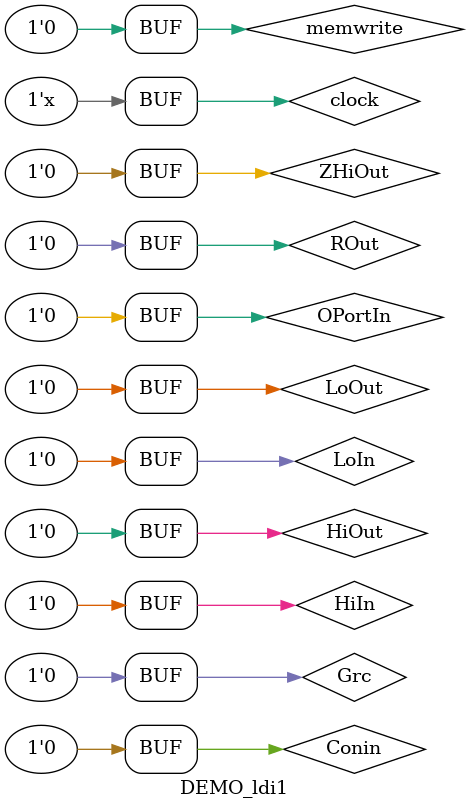
<source format=v>
`timescale 1ns/10ps
module DEMO_ldi1();

reg clock, clear;
reg [3:0] present_state;

reg HiIn, LoIn, ZIn, PCIn, MDRIn, MARIn, YIn, OPortIn, IRIn;
initial {HiIn, LoIn, ZIn, PCIn, MDRIn, MARIn, YIn, OPortIn, IRIn} = 0;
reg HiOut, LoOut, ZHiOut, ZLoOut, PCOut, MDROut, IPortOut, COut;
initial {HiOut, LoOut, ZHiOut, ZLoOut, PCOut, MDROut, IPortOut, COut} = 0;

reg [31:0] IPortInput = 0;

reg Gra, Grb, Grc, RIn, ROut, BAOut;
initial {Gra, Grb, Grc, RIn, ROut, BAOut} = 0;

reg Conin = 0;
wire ConOut;

reg memread = 0, memwrite = 0;
reg [4:0] ALUCode = 0;
reg initMem = 0;

DataPath dp(
	clock, clear, 
	HiIn, LoIn, ZIn, PCIn, MDRIn, MARIn, YIn, OPortIn, IRIn,
	HiOut, LoOut, ZHiOut, ZLoOut, PCOut, MDROut, IPortOut, COut,
	IPortInput,
	Gra, Grb, Grc, RIn, ROut, BAOut,
	Conin, ConOut,
	memread, memwrite, 
	ALUCode,
	initMem
);


//states and clock control:
parameter init1 = 4'd1, init2 = 4'd2, init3 = 4'd3, T0 = 4'd4, T1 = 4'd5, T2 = 4'd6, T3 = 4'd7, T4 = 4'd8, T5 = 4'd9, T6 = 4'd10, T7 = 4'd11;//can add more states here
initial begin clock = 0; present_state = 4'd0; end
always #10 clock = ~clock;
always @ (negedge clock) present_state = present_state + 1;



always @(present_state) begin
	case(present_state)
		init1: begin //Preload Register with value
			initMem = 1;
			IPortInput = 32'bxxxxx_0000_xxxx_0000000000000000000;//32'bxxxxx_register_xxxx_value
			IPortOut = 1;
			IRIn = 1;
			#15 IRIn = 0; IPortOut = 0; initMem = 0;
		end
		init2: begin
			Gra = 1;
			RIn = 1;
			COut = 1;
			#15 Gra = 0; RIn = 0; COut = 0;
		end
		init3: begin
			PCIn = 1;
			IPortInput = 32'd313;//preload PC with instruction memory location
			IPortOut = 1;
			#15 PCIn = 0; IPortOut = 0;
		end
		T0: begin
			PCOut = 1; MARIn = 1; ALUCode = 5'b11111; ZIn = 1;
			#15 PCOut = 0; MARIn = 0; ALUCode = 5'b0; ZIn = 0;
		end
		T1: begin
			ZLoOut = 1; PCIn = 1; memread = 1; MDRIn = 1;
			#15 ZLoOut = 0; PCIn = 0; memread = 0; MDRIn = 0;
		end
		T2: begin
			MDROut = 1; IRIn = 1;
			#15 MDROut = 0; IRIn = 0;
		end
		T3: begin
			Grb = 1; BAOut = 1; YIn = 1;
			#15 Grb = 0; BAOut = 0; YIn = 0;
		end
		T4: begin
			COut = 1; ALUCode = 5'b00011; ZIn = 1;
			#15 COut = 0; ZIn = 0;
		end
		T5: begin
			ZLoOut = 1; Gra = 1; RIn = 1;
			#15 ZLoOut = 0; Gra = 0; RIn = 0;
		end
		T6: begin
		end
		T7: begin 
		end
	endcase
end
endmodule 
</source>
